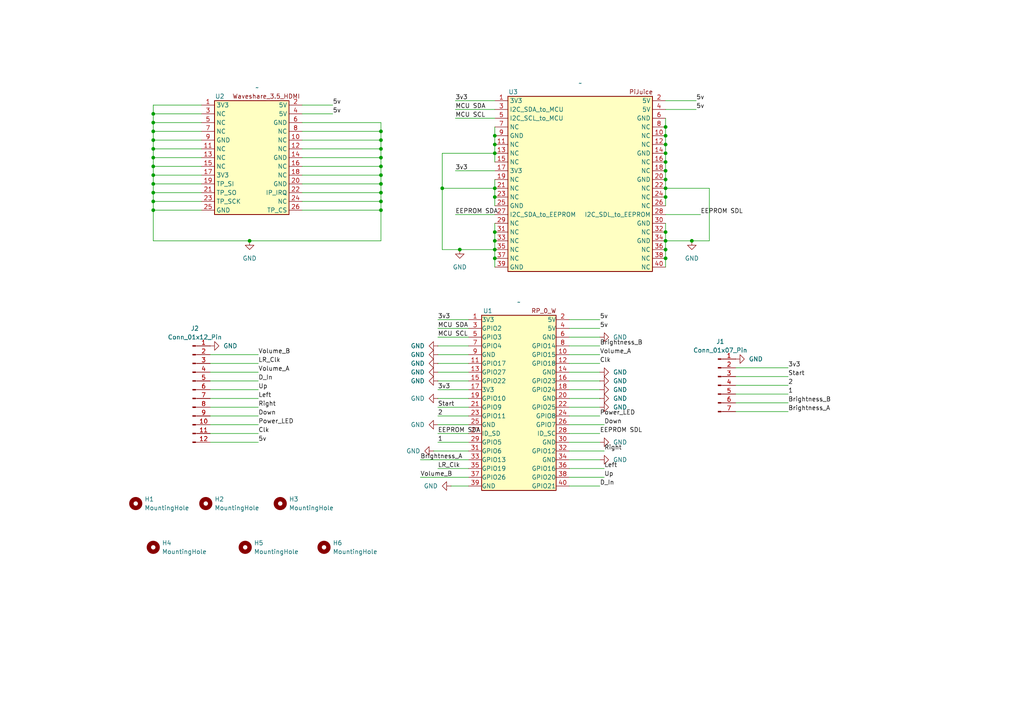
<source format=kicad_sch>
(kicad_sch (version 20250114) (generator "eeschema") (generator_version "9.0")
  (paper "A4")
  (lib_symbols
    (symbol "Connector:Conn_01x07_Pin" (pin_names (offset 1.016) (hide yes))
      (property "Reference" "J" (at 0 10.16 0))
      (property "Value" "Conn_01x07_Pin" (at 0 -10.16 0))
      (symbol "Conn_01x07_Pin_1_1"
        (rectangle (start 0.8636 7.747) (end 0 7.493) (stroke (width 0.1524)) (fill (type outline)))
        (rectangle (start 0.8636 5.207) (end 0 4.953) (stroke (width 0.1524)) (fill (type outline)))
        (rectangle (start 0.8636 2.667) (end 0 2.413) (stroke (width 0.1524)) (fill (type outline)))
        (rectangle (start 0.8636 0.127) (end 0 -0.127) (stroke (width 0.1524)) (fill (type outline)))
        (rectangle (start 0.8636 -2.413) (end 0 -2.667) (stroke (width 0.1524)) (fill (type outline)))
        (rectangle (start 0.8636 -4.953) (end 0 -5.207) (stroke (width 0.1524)) (fill (type outline)))
        (rectangle (start 0.8636 -7.493) (end 0 -7.747) (stroke (width 0.1524)) (fill (type outline)))
        (polyline (pts (xy 1.27 7.62) (xy 0.8636 7.62)) (stroke (width 0.1524)))
        (polyline (pts (xy 1.27 5.08) (xy 0.8636 5.08)) (stroke (width 0.1524)))
        (polyline (pts (xy 1.27 2.54) (xy 0.8636 2.54)) (stroke (width 0.1524)))
        (polyline (pts (xy 1.27 0) (xy 0.8636 0)) (stroke (width 0.1524)))
        (polyline (pts (xy 1.27 -2.54) (xy 0.8636 -2.54)) (stroke (width 0.1524)))
        (polyline (pts (xy 1.27 -5.08) (xy 0.8636 -5.08)) (stroke (width 0.1524)))
        (polyline (pts (xy 1.27 -7.62) (xy 0.8636 -7.62)) (stroke (width 0.1524)))
        (pin passive line (at 5.08 7.62 180) (length 3.81) (name "Pin_1") (number "1"))
        (pin passive line (at 5.08 5.08 180) (length 3.81) (name "Pin_2") (number "2"))
        (pin passive line (at 5.08 2.54 180) (length 3.81) (name "Pin_3") (number "3"))
        (pin passive line (at 5.08 0 180) (length 3.81) (name "Pin_4") (number "4"))
        (pin passive line (at 5.08 -2.54 180) (length 3.81) (name "Pin_5") (number "5"))
        (pin passive line (at 5.08 -5.08 180) (length 3.81) (name "Pin_6") (number "6"))
        (pin passive line (at 5.08 -7.62 180) (length 3.81) (name "Pin_7") (number "7"))
      )
    )
    (symbol "Connector:Conn_01x12_Pin" (pin_names (offset 1.016) (hide yes))
      (property "Reference" "J" (at 0 15.24 0))
      (property "Value" "Conn_01x12_Pin" (at 0 -17.78 0))
      (symbol "Conn_01x12_Pin_1_1"
        (rectangle (start 0.8636 12.827) (end 0 12.573) (stroke (width 0.1524)) (fill (type outline)))
        (rectangle (start 0.8636 10.287) (end 0 10.033) (stroke (width 0.1524)) (fill (type outline)))
        (rectangle (start 0.8636 7.747) (end 0 7.493) (stroke (width 0.1524)) (fill (type outline)))
        (rectangle (start 0.8636 5.207) (end 0 4.953) (stroke (width 0.1524)) (fill (type outline)))
        (rectangle (start 0.8636 2.667) (end 0 2.413) (stroke (width 0.1524)) (fill (type outline)))
        (rectangle (start 0.8636 0.127) (end 0 -0.127) (stroke (width 0.1524)) (fill (type outline)))
        (rectangle (start 0.8636 -2.413) (end 0 -2.667) (stroke (width 0.1524)) (fill (type outline)))
        (rectangle (start 0.8636 -4.953) (end 0 -5.207) (stroke (width 0.1524)) (fill (type outline)))
        (rectangle (start 0.8636 -7.493) (end 0 -7.747) (stroke (width 0.1524)) (fill (type outline)))
        (rectangle (start 0.8636 -10.033) (end 0 -10.287) (stroke (width 0.1524)) (fill (type outline)))
        (rectangle (start 0.8636 -12.573) (end 0 -12.827) (stroke (width 0.1524)) (fill (type outline)))
        (rectangle (start 0.8636 -15.113) (end 0 -15.367) (stroke (width 0.1524)) (fill (type outline)))
        (polyline (pts (xy 1.27 12.7) (xy 0.8636 12.7)) (stroke (width 0.1524)))
        (polyline (pts (xy 1.27 10.16) (xy 0.8636 10.16)) (stroke (width 0.1524)))
        (polyline (pts (xy 1.27 7.62) (xy 0.8636 7.62)) (stroke (width 0.1524)))
        (polyline (pts (xy 1.27 5.08) (xy 0.8636 5.08)) (stroke (width 0.1524)))
        (polyline (pts (xy 1.27 2.54) (xy 0.8636 2.54)) (stroke (width 0.1524)))
        (polyline (pts (xy 1.27 0) (xy 0.8636 0)) (stroke (width 0.1524)))
        (polyline (pts (xy 1.27 -2.54) (xy 0.8636 -2.54)) (stroke (width 0.1524)))
        (polyline (pts (xy 1.27 -5.08) (xy 0.8636 -5.08)) (stroke (width 0.1524)))
        (polyline (pts (xy 1.27 -7.62) (xy 0.8636 -7.62)) (stroke (width 0.1524)))
        (polyline (pts (xy 1.27 -10.16) (xy 0.8636 -10.16)) (stroke (width 0.1524)))
        (polyline (pts (xy 1.27 -12.7) (xy 0.8636 -12.7)) (stroke (width 0.1524)))
        (polyline (pts (xy 1.27 -15.24) (xy 0.8636 -15.24)) (stroke (width 0.1524)))
        (pin passive line (at 5.08 12.7 180) (length 3.81) (name "Pin_1") (number "1"))
        (pin passive line (at 5.08 10.16 180) (length 3.81) (name "Pin_2") (number "2"))
        (pin passive line (at 5.08 7.62 180) (length 3.81) (name "Pin_3") (number "3"))
        (pin passive line (at 5.08 5.08 180) (length 3.81) (name "Pin_4") (number "4"))
        (pin passive line (at 5.08 2.54 180) (length 3.81) (name "Pin_5") (number "5"))
        (pin passive line (at 5.08 0 180) (length 3.81) (name "Pin_6") (number "6"))
        (pin passive line (at 5.08 -2.54 180) (length 3.81) (name "Pin_7") (number "7"))
        (pin passive line (at 5.08 -5.08 180) (length 3.81) (name "Pin_8") (number "8"))
        (pin passive line (at 5.08 -7.62 180) (length 3.81) (name "Pin_9") (number "9"))
        (pin passive line (at 5.08 -10.16 180) (length 3.81) (name "Pin_10") (number "10"))
        (pin passive line (at 5.08 -12.7 180) (length 3.81) (name "Pin_11") (number "11"))
        (pin passive line (at 5.08 -15.24 180) (length 3.81) (name "Pin_12") (number "12"))
      )
    )
    (symbol "GGMainPCB:PiJuice"
      (property "Reference" "U" (at -18.796 28.194 0))
      (symbol "PiJuice_1_1"
        (rectangle (start -20.32 26.67) (end 21.59 -24.13) (stroke (width 0.254)) (fill (type background)))
        (text "PiJuice\n" (at 18.288 27.94 0) (effects (font (size 1.27 1.27))))
        (pin power_out line (at -24.13 25.4 0) (length 3.81) (name "3V3") (number "1"))
        (pin passive line (at -24.13 22.86 0) (length 3.81) (name "I2C_SDA_to_MCU") (number "3"))
        (pin passive line (at -24.13 20.32 0) (length 3.81) (name "I2C_SCL_to_MCU") (number "5"))
        (pin passive line (at -24.13 17.78 0) (length 3.81) (name "NC") (number "7"))
        (pin passive line (at -24.13 15.24 0) (length 3.81) (name "GND") (number "9"))
        (pin passive line (at -24.13 12.7 0) (length 3.81) (name "NC") (number "11"))
        (pin passive line (at -24.13 10.16 0) (length 3.81) (name "NC") (number "13"))
        (pin passive line (at -24.13 7.62 0) (length 3.81) (name "NC") (number "15"))
        (pin power_out line (at -24.13 5.08 0) (length 3.81) (name "3V3") (number "17"))
        (pin passive line (at -24.13 2.54 0) (length 3.81) (name "NC") (number "19"))
        (pin passive line (at -24.13 0 0) (length 3.81) (name "NC") (number "21"))
        (pin passive line (at -24.13 -2.54 0) (length 3.81) (name "NC") (number "23"))
        (pin passive line (at -24.13 -5.08 0) (length 3.81) (name "GND") (number "25"))
        (pin passive line (at -24.13 -7.62 0) (length 3.81) (name "I2C_SDA_to_EEPROM") (number "27"))
        (pin passive line (at -24.13 -10.16 0) (length 3.81) (name "NC") (number "29"))
        (pin passive line (at -24.13 -12.7 0) (length 3.81) (name "NC") (number "31"))
        (pin passive line (at -24.13 -15.24 0) (length 3.81) (name "NC") (number "33"))
        (pin passive line (at -24.13 -17.78 0) (length 3.81) (name "NC") (number "35"))
        (pin passive line (at -24.13 -20.32 0) (length 3.81) (name "NC") (number "37"))
        (pin passive line (at -24.13 -22.86 0) (length 3.81) (name "GND") (number "39"))
        (pin power_out line (at 25.4 25.4 180) (length 3.81) (name "5V") (number "2"))
        (pin power_out line (at 25.4 22.86 180) (length 3.81) (name "5V") (number "4"))
        (pin passive line (at 25.4 20.32 180) (length 3.81) (name "GND") (number "6"))
        (pin passive line (at 25.4 17.78 180) (length 3.81) (name "NC") (number "8"))
        (pin passive line (at 25.4 15.24 180) (length 3.81) (name "NC") (number "10"))
        (pin passive line (at 25.4 12.7 180) (length 3.81) (name "NC") (number "12"))
        (pin passive line (at 25.4 10.16 180) (length 3.81) (name "GND") (number "14"))
        (pin passive line (at 25.4 7.62 180) (length 3.81) (name "NC") (number "16"))
        (pin passive line (at 25.4 5.08 180) (length 3.81) (name "NC") (number "18"))
        (pin passive line (at 25.4 2.54 180) (length 3.81) (name "GND") (number "20"))
        (pin passive line (at 25.4 0 180) (length 3.81) (name "NC") (number "22"))
        (pin passive line (at 25.4 -2.54 180) (length 3.81) (name "NC") (number "24"))
        (pin passive line (at 25.4 -5.08 180) (length 3.81) (name "NC") (number "26"))
        (pin passive line (at 25.4 -7.62 180) (length 3.81) (name "I2C_SDL_to_EEPROM") (number "28"))
        (pin passive line (at 25.4 -10.16 180) (length 3.81) (name "GND") (number "30"))
        (pin passive line (at 25.4 -12.7 180) (length 3.81) (name "NC") (number "32"))
        (pin passive line (at 25.4 -15.24 180) (length 3.81) (name "GND") (number "34"))
        (pin passive line (at 25.4 -17.78 180) (length 3.81) (name "NC") (number "36"))
        (pin passive line (at 25.4 -20.32 180) (length 3.81) (name "NC") (number "38"))
        (pin passive line (at 25.4 -22.86 180) (length 3.81) (name "NC") (number "40"))
      )
    )
    (symbol "GGMainPCB:Raspberry_pi_0_w_gpio" (pin_names (offset 0.002))
      (property "Reference" "U" (at -6.604 57.15 0))
      (symbol "Raspberry_pi_0_w_gpio_1_1"
        (rectangle (start -7.62 55.88) (end 13.97 5.08) (stroke (width 0.254)) (fill (type background)))
        (text "RP_0_W\n" (at 10.414 57.15 0) (effects (font (size 1.27 1.27))))
        (pin power_out line (at -11.43 54.61 0) (length 3.81) (name "3V3") (number "1"))
        (pin passive line (at -11.43 52.07 0) (length 3.81) (name "GPIO2") (number "3"))
        (pin passive line (at -11.43 49.53 0) (length 3.81) (name "GPIO3") (number "5"))
        (pin passive line (at -11.43 46.99 0) (length 3.81) (name "GPIO4") (number "7"))
        (pin passive line (at -11.43 44.45 0) (length 3.81) (name "GND") (number "9"))
        (pin passive line (at -11.43 41.91 0) (length 3.81) (name "GPIO17") (number "11"))
        (pin passive line (at -11.43 39.37 0) (length 3.81) (name "GPIO27") (number "13"))
        (pin passive line (at -11.43 36.83 0) (length 3.81) (name "GPIO22") (number "15"))
        (pin power_out line (at -11.43 34.29 0) (length 3.81) (name "3V3") (number "17"))
        (pin passive line (at -11.43 31.75 0) (length 3.81) (name "GPIO10") (number "19"))
        (pin passive line (at -11.43 29.21 0) (length 3.81) (name "GPIO9") (number "21"))
        (pin passive line (at -11.43 26.67 0) (length 3.81) (name "GPIO11") (number "23"))
        (pin passive line (at -11.43 24.13 0) (length 3.81) (name "GND") (number "25"))
        (pin passive line (at -11.43 21.59 0) (length 3.81) (name "ID_SD") (number "27"))
        (pin passive line (at -11.43 19.05 0) (length 3.81) (name "GPIO5") (number "29"))
        (pin passive line (at -11.43 16.51 0) (length 3.81) (name "GPIO6") (number "31"))
        (pin passive line (at -11.43 13.97 0) (length 3.81) (name "GPIO13") (number "33"))
        (pin passive line (at -11.43 11.43 0) (length 3.81) (name "GPIO19") (number "35"))
        (pin passive line (at -11.43 8.89 0) (length 3.81) (name "GPIO26") (number "37"))
        (pin passive line (at -11.43 6.35 0) (length 3.81) (name "GND") (number "39"))
        (pin power_out line (at 17.78 54.61 180) (length 3.81) (name "5V") (number "2"))
        (pin power_out line (at 17.78 52.07 180) (length 3.81) (name "5V") (number "4"))
        (pin passive line (at 17.78 49.53 180) (length 3.81) (name "GND") (number "6"))
        (pin passive line (at 17.78 46.99 180) (length 3.81) (name "GPIO14") (number "8"))
        (pin passive line (at 17.78 44.45 180) (length 3.81) (name "GPIO15") (number "10"))
        (pin passive line (at 17.78 41.91 180) (length 3.81) (name "GPIO18") (number "12"))
        (pin passive line (at 17.78 39.37 180) (length 3.81) (name "GND") (number "14"))
        (pin passive line (at 17.78 36.83 180) (length 3.81) (name "GPIO23") (number "16"))
        (pin passive line (at 17.78 34.29 180) (length 3.81) (name "GPIO24") (number "18"))
        (pin passive line (at 17.78 31.75 180) (length 3.81) (name "GND") (number "20"))
        (pin passive line (at 17.78 29.21 180) (length 3.81) (name "GPIO25") (number "22"))
        (pin passive line (at 17.78 26.67 180) (length 3.81) (name "GPIO8") (number "24"))
        (pin passive line (at 17.78 24.13 180) (length 3.81) (name "GPIO7") (number "26"))
        (pin passive line (at 17.78 21.59 180) (length 3.81) (name "ID_SC") (number "28"))
        (pin passive line (at 17.78 19.05 180) (length 3.81) (name "GND") (number "30"))
        (pin passive line (at 17.78 16.51 180) (length 3.81) (name "GPIO12") (number "32"))
        (pin passive line (at 17.78 13.97 180) (length 3.81) (name "GND") (number "34"))
        (pin passive line (at 17.78 11.43 180) (length 3.81) (name "GPIO16") (number "36"))
        (pin passive line (at 17.78 8.89 180) (length 3.81) (name "GPIO20") (number "38"))
        (pin passive line (at 17.78 6.35 180) (length 3.81) (name "GPIO21") (number "40"))
      )
    )
    (symbol "GGMainPCB:Waveshare_3.5_hdmi_screen"
      (property "Reference" "U" (at -5.588 54.61 0))
      (symbol "Waveshare_3.5_hdmi_screen_1_1"
        (rectangle (start -6.35 53.34) (end 15.24 20.32) (stroke (width 0.254)) (fill (type background)))
        (text "Waveshare_3.5_HDMI\n" (at 8.636 54.61 0) (effects (font (size 1.27 1.27))))
        (pin power_in line (at -10.16 52.07 0) (length 3.81) (name "3V3") (number "1"))
        (pin passive line (at -10.16 49.53 0) (length 3.81) (name "NC") (number "3"))
        (pin passive line (at -10.16 46.99 0) (length 3.81) (name "NC") (number "5"))
        (pin passive line (at -10.16 44.45 0) (length 3.81) (name "NC") (number "7"))
        (pin passive line (at -10.16 41.91 0) (length 3.81) (name "GND") (number "9"))
        (pin passive line (at -10.16 39.37 0) (length 3.81) (name "NC") (number "11"))
        (pin passive line (at -10.16 36.83 0) (length 3.81) (name "NC") (number "13"))
        (pin passive line (at -10.16 34.29 0) (length 3.81) (name "NC") (number "15"))
        (pin power_in line (at -10.16 31.75 0) (length 3.81) (name "3V3") (number "17"))
        (pin passive line (at -10.16 29.21 0) (length 3.81) (name "TP_SI") (number "19"))
        (pin passive line (at -10.16 26.67 0) (length 3.81) (name "TP_SO") (number "21"))
        (pin passive line (at -10.16 24.13 0) (length 3.81) (name "TP_SCK") (number "23"))
        (pin passive line (at -10.16 21.59 0) (length 3.81) (name "GND") (number "25"))
        (pin power_in line (at 19.05 52.07 180) (length 3.81) (name "5V") (number "2"))
        (pin power_in line (at 19.05 49.53 180) (length 3.81) (name "5V") (number "4"))
        (pin passive line (at 19.05 46.99 180) (length 3.81) (name "GND") (number "6"))
        (pin passive line (at 19.05 44.45 180) (length 3.81) (name "NC") (number "8"))
        (pin passive line (at 19.05 41.91 180) (length 3.81) (name "NC") (number "10"))
        (pin passive line (at 19.05 39.37 180) (length 3.81) (name "NC") (number "12"))
        (pin passive line (at 19.05 36.83 180) (length 3.81) (name "GND") (number "14"))
        (pin passive line (at 19.05 34.29 180) (length 3.81) (name "NC") (number "16"))
        (pin passive line (at 19.05 31.75 180) (length 3.81) (name "NC") (number "18"))
        (pin passive line (at 19.05 29.21 180) (length 3.81) (name "GND") (number "20"))
        (pin passive line (at 19.05 26.67 180) (length 3.81) (name "IP_IRQ") (number "22"))
        (pin passive line (at 19.05 24.13 180) (length 3.81) (name "NC") (number "24"))
        (pin passive line (at 19.05 21.59 180) (length 3.81) (name "TP_CS") (number "26"))
      )
    )
    (symbol "Mechanical:MountingHole" (pin_names (offset 1.016)) (exclude_from_sim yes) (in_bom no)
      (property "Reference" "H" (at 0 5.08 0))
      (property "Value" "MountingHole" (at 0 3.175 0))
      (symbol "MountingHole_0_1"
        (circle (center 0 0) (radius 1.27) (stroke (width 1.27)))
      )
    )
    (symbol "power:GND" (power) (pin_numbers (hide yes)) (pin_names (offset 0) (hide yes))
      (property "Value" "GND" (at 0 -3.81 0))
      (symbol "GND_0_1"
        (polyline (pts (xy 0 0) (xy 0 -1.27) (xy 1.27 -1.27) (xy 0 -2.54) (xy -1.27 -1.27) (xy 0 -1.27)))
      )
      (symbol "GND_1_1"
        (pin power_in line (at 0 0 270) (length 0) (name "~") (number "1"))
      )
    )
  )
  (junction (at 110.49 45.72))
  (junction (at 193.04 57.15))
  (junction (at 110.49 43.18))
  (junction (at 110.49 38.1))
  (junction (at 44.45 45.72))
  (junction (at 193.04 46.99))
  (junction (at 143.51 39.37))
  (junction (at 44.45 33.02))
  (junction (at 143.51 74.93))
  (junction (at 44.45 55.88))
  (junction (at 44.45 50.8))
  (junction (at 193.04 74.93))
  (junction (at 143.51 54.61))
  (junction (at 143.51 67.31))
  (junction (at 193.04 72.39))
  (junction (at 143.51 69.85))
  (junction (at 193.04 41.91))
  (junction (at 44.45 48.26))
  (junction (at 72.39 69.85))
  (junction (at 133.35 72.39))
  (junction (at 110.49 58.42))
  (junction (at 44.45 58.42))
  (junction (at 193.04 39.37))
  (junction (at 193.04 52.07))
  (junction (at 44.45 43.18))
  (junction (at 110.49 40.64))
  (junction (at 110.49 50.8))
  (junction (at 110.49 53.34))
  (junction (at 200.66 69.85))
  (junction (at 193.04 54.61))
  (junction (at 193.04 44.45))
  (junction (at 110.49 55.88))
  (junction (at 128.27 54.61))
  (junction (at 143.51 44.45))
  (junction (at 44.45 40.64))
  (junction (at 193.04 49.53))
  (junction (at 143.51 41.91))
  (junction (at 143.51 57.15))
  (junction (at 193.04 67.31))
  (junction (at 110.49 48.26))
  (junction (at 44.45 35.56))
  (junction (at 44.45 60.96))
  (junction (at 143.51 72.39))
  (junction (at 193.04 36.83))
  (junction (at 110.49 60.96))
  (junction (at 193.04 69.85))
  (junction (at 44.45 53.34))
  (junction (at 44.45 38.1))
  (wire (pts (xy 127 120.65) (xy 135.89 120.65)))
  (wire (pts (xy 165.1 110.49) (xy 173.99 110.49)))
  (wire (pts (xy 143.51 44.45) (xy 143.51 46.99)))
  (wire (pts (xy 110.49 40.64) (xy 110.49 43.18)))
  (wire (pts (xy 165.1 100.33) (xy 173.99 100.33)))
  (wire (pts (xy 143.51 36.83) (xy 143.51 39.37)))
  (wire (pts (xy 193.04 64.77) (xy 193.04 67.31)))
  (wire (pts (xy 110.49 60.96) (xy 110.49 69.85)))
  (wire (pts (xy 165.1 123.19) (xy 175.26 123.19)))
  (wire (pts (xy 87.63 43.18) (xy 110.49 43.18)))
  (wire (pts (xy 143.51 39.37) (xy 143.51 41.91)))
  (wire (pts (xy 127 113.03) (xy 135.89 113.03)))
  (wire (pts (xy 44.45 53.34) (xy 58.42 53.34)))
  (wire (pts (xy 128.27 54.61) (xy 128.27 72.39)))
  (wire (pts (xy 213.36 119.38) (xy 228.6 119.38)))
  (wire (pts (xy 193.04 52.07) (xy 193.04 54.61)))
  (wire (pts (xy 110.49 45.72) (xy 110.49 48.26)))
  (wire (pts (xy 44.45 55.88) (xy 58.42 55.88)))
  (wire (pts (xy 87.63 33.02) (xy 96.52 33.02)))
  (wire (pts (xy 44.45 35.56) (xy 44.45 38.1)))
  (wire (pts (xy 165.1 113.03) (xy 173.99 113.03)))
  (wire (pts (xy 200.66 69.85) (xy 193.04 69.85)))
  (wire (pts (xy 60.96 120.65) (xy 74.93 120.65)))
  (wire (pts (xy 127 105.41) (xy 135.89 105.41)))
  (wire (pts (xy 60.96 123.19) (xy 74.93 123.19)))
  (wire (pts (xy 130.81 140.97) (xy 135.89 140.97)))
  (wire (pts (xy 193.04 57.15) (xy 193.04 59.69)))
  (wire (pts (xy 193.04 62.23) (xy 203.2 62.23)))
  (wire (pts (xy 165.1 138.43) (xy 175.26 138.43)))
  (wire (pts (xy 44.45 50.8) (xy 58.42 50.8)))
  (wire (pts (xy 133.35 72.39) (xy 143.51 72.39)))
  (wire (pts (xy 143.51 72.39) (xy 143.51 74.93)))
  (wire (pts (xy 110.49 55.88) (xy 110.49 58.42)))
  (wire (pts (xy 127 110.49) (xy 135.89 110.49)))
  (wire (pts (xy 87.63 58.42) (xy 110.49 58.42)))
  (wire (pts (xy 165.1 125.73) (xy 173.99 125.73)))
  (wire (pts (xy 44.45 60.96) (xy 44.45 69.85)))
  (wire (pts (xy 60.96 125.73) (xy 74.93 125.73)))
  (wire (pts (xy 128.27 44.45) (xy 128.27 54.61)))
  (wire (pts (xy 58.42 48.26) (xy 44.45 48.26)))
  (wire (pts (xy 143.51 54.61) (xy 143.51 57.15)))
  (wire (pts (xy 165.1 128.27) (xy 173.99 128.27)))
  (wire (pts (xy 213.36 114.3) (xy 228.6 114.3)))
  (wire (pts (xy 87.63 55.88) (xy 110.49 55.88)))
  (wire (pts (xy 44.45 45.72) (xy 58.42 45.72)))
  (wire (pts (xy 213.36 106.68) (xy 228.6 106.68)))
  (wire (pts (xy 127 135.89) (xy 135.89 135.89)))
  (wire (pts (xy 44.45 35.56) (xy 58.42 35.56)))
  (wire (pts (xy 44.45 48.26) (xy 44.45 50.8)))
  (wire (pts (xy 87.63 50.8) (xy 110.49 50.8)))
  (wire (pts (xy 165.1 92.71) (xy 173.99 92.71)))
  (wire (pts (xy 44.45 69.85) (xy 72.39 69.85)))
  (wire (pts (xy 87.63 48.26) (xy 110.49 48.26)))
  (wire (pts (xy 143.51 74.93) (xy 143.51 77.47)))
  (wire (pts (xy 165.1 135.89) (xy 175.26 135.89)))
  (wire (pts (xy 44.45 53.34) (xy 44.45 55.88)))
  (wire (pts (xy 165.1 102.87) (xy 173.99 102.87)))
  (wire (pts (xy 193.04 67.31) (xy 193.04 69.85)))
  (wire (pts (xy 60.96 102.87) (xy 74.93 102.87)))
  (wire (pts (xy 127 128.27) (xy 135.89 128.27)))
  (wire (pts (xy 165.1 140.97) (xy 173.99 140.97)))
  (wire (pts (xy 128.27 72.39) (xy 133.35 72.39)))
  (wire (pts (xy 110.49 69.85) (xy 72.39 69.85)))
  (wire (pts (xy 60.96 110.49) (xy 74.93 110.49)))
  (wire (pts (xy 193.04 41.91) (xy 193.04 44.45)))
  (wire (pts (xy 143.51 57.15) (xy 143.51 59.69)))
  (wire (pts (xy 60.96 118.11) (xy 74.93 118.11)))
  (wire (pts (xy 193.04 46.99) (xy 193.04 49.53)))
  (wire (pts (xy 44.45 40.64) (xy 58.42 40.64)))
  (wire (pts (xy 44.45 43.18) (xy 44.45 45.72)))
  (wire (pts (xy 132.08 49.53) (xy 143.51 49.53)))
  (wire (pts (xy 44.45 58.42) (xy 58.42 58.42)))
  (wire (pts (xy 60.96 115.57) (xy 74.93 115.57)))
  (wire (pts (xy 132.08 31.75) (xy 143.51 31.75)))
  (wire (pts (xy 127 100.33) (xy 135.89 100.33)))
  (wire (pts (xy 165.1 95.25) (xy 173.99 95.25)))
  (wire (pts (xy 87.63 38.1) (xy 110.49 38.1)))
  (wire (pts (xy 44.45 50.8) (xy 44.45 53.34)))
  (wire (pts (xy 165.1 118.11) (xy 173.99 118.11)))
  (wire (pts (xy 165.1 105.41) (xy 173.99 105.41)))
  (wire (pts (xy 60.96 105.41) (xy 74.93 105.41)))
  (wire (pts (xy 44.45 38.1) (xy 44.45 40.64)))
  (wire (pts (xy 121.92 138.43) (xy 135.89 138.43)))
  (wire (pts (xy 110.49 35.56) (xy 110.49 38.1)))
  (wire (pts (xy 110.49 58.42) (xy 110.49 60.96)))
  (wire (pts (xy 87.63 60.96) (xy 110.49 60.96)))
  (wire (pts (xy 127 123.19) (xy 135.89 123.19)))
  (wire (pts (xy 110.49 48.26) (xy 110.49 50.8)))
  (wire (pts (xy 87.63 40.64) (xy 110.49 40.64)))
  (wire (pts (xy 193.04 36.83) (xy 193.04 39.37)))
  (wire (pts (xy 87.63 35.56) (xy 110.49 35.56)))
  (wire (pts (xy 193.04 34.29) (xy 193.04 36.83)))
  (wire (pts (xy 87.63 45.72) (xy 110.49 45.72)))
  (wire (pts (xy 193.04 31.75) (xy 201.93 31.75)))
  (wire (pts (xy 143.51 64.77) (xy 143.51 67.31)))
  (wire (pts (xy 125.73 130.81) (xy 135.89 130.81)))
  (wire (pts (xy 44.45 30.48) (xy 58.42 30.48)))
  (wire (pts (xy 213.36 116.84) (xy 228.6 116.84)))
  (wire (pts (xy 110.49 43.18) (xy 110.49 45.72)))
  (wire (pts (xy 193.04 49.53) (xy 193.04 52.07)))
  (wire (pts (xy 127 95.25) (xy 135.89 95.25)))
  (wire (pts (xy 44.45 40.64) (xy 44.45 43.18)))
  (wire (pts (xy 193.04 29.21) (xy 201.93 29.21)))
  (wire (pts (xy 143.51 69.85) (xy 143.51 72.39)))
  (wire (pts (xy 127 107.95) (xy 135.89 107.95)))
  (wire (pts (xy 193.04 44.45) (xy 193.04 46.99)))
  (wire (pts (xy 193.04 54.61) (xy 205.74 54.61)))
  (wire (pts (xy 127 118.11) (xy 135.89 118.11)))
  (wire (pts (xy 165.1 107.95) (xy 173.99 107.95)))
  (wire (pts (xy 128.27 54.61) (xy 143.51 54.61)))
  (wire (pts (xy 121.92 133.35) (xy 135.89 133.35)))
  (wire (pts (xy 132.08 29.21) (xy 143.51 29.21)))
  (wire (pts (xy 110.49 38.1) (xy 110.49 40.64)))
  (wire (pts (xy 213.36 111.76) (xy 228.6 111.76)))
  (wire (pts (xy 193.04 72.39) (xy 193.04 74.93)))
  (wire (pts (xy 165.1 97.79) (xy 173.99 97.79)))
  (wire (pts (xy 127 92.71) (xy 135.89 92.71)))
  (wire (pts (xy 193.04 69.85) (xy 193.04 72.39)))
  (wire (pts (xy 132.08 62.23) (xy 143.51 62.23)))
  (wire (pts (xy 44.45 60.96) (xy 58.42 60.96)))
  (wire (pts (xy 193.04 54.61) (xy 193.04 57.15)))
  (wire (pts (xy 143.51 41.91) (xy 143.51 44.45)))
  (wire (pts (xy 165.1 120.65) (xy 173.99 120.65)))
  (wire (pts (xy 58.42 33.02) (xy 44.45 33.02)))
  (wire (pts (xy 193.04 74.93) (xy 193.04 77.47)))
  (wire (pts (xy 44.45 30.48) (xy 44.45 33.02)))
  (wire (pts (xy 110.49 50.8) (xy 110.49 53.34)))
  (wire (pts (xy 60.96 113.03) (xy 74.93 113.03)))
  (wire (pts (xy 143.51 67.31) (xy 143.51 69.85)))
  (wire (pts (xy 60.96 128.27) (xy 74.93 128.27)))
  (wire (pts (xy 193.04 39.37) (xy 193.04 41.91)))
  (wire (pts (xy 87.63 30.48) (xy 96.52 30.48)))
  (wire (pts (xy 110.49 53.34) (xy 110.49 55.88)))
  (wire (pts (xy 127 115.57) (xy 135.89 115.57)))
  (wire (pts (xy 132.08 34.29) (xy 143.51 34.29)))
  (wire (pts (xy 213.36 109.22) (xy 228.6 109.22)))
  (wire (pts (xy 127 102.87) (xy 135.89 102.87)))
  (wire (pts (xy 165.1 115.57) (xy 173.99 115.57)))
  (wire (pts (xy 205.74 69.85) (xy 200.66 69.85)))
  (wire (pts (xy 44.45 55.88) (xy 44.45 58.42)))
  (wire (pts (xy 44.45 38.1) (xy 58.42 38.1)))
  (wire (pts (xy 165.1 133.35) (xy 173.99 133.35)))
  (wire (pts (xy 205.74 54.61) (xy 205.74 69.85)))
  (wire (pts (xy 143.51 52.07) (xy 143.51 54.61)))
  (wire (pts (xy 44.45 58.42) (xy 44.45 60.96)))
  (wire (pts (xy 60.96 107.95) (xy 74.93 107.95)))
  (wire (pts (xy 165.1 130.81) (xy 175.26 130.81)))
  (wire (pts (xy 44.45 45.72) (xy 44.45 48.26)))
  (wire (pts (xy 87.63 53.34) (xy 110.49 53.34)))
  (wire (pts (xy 127 125.73) (xy 135.89 125.73)))
  (wire (pts (xy 44.45 43.18) (xy 58.42 43.18)))
  (wire (pts (xy 127 97.79) (xy 135.89 97.79)))
  (wire (pts (xy 143.51 44.45) (xy 128.27 44.45)))
  (wire (pts (xy 44.45 33.02) (xy 44.45 35.56)))
  (label "Volume_B" (at 121.92 138.43 0))
  (label "5v" (at 96.52 30.48 0))
  (label "D_In" (at 74.93 110.49 0))
  (label "5v" (at 201.93 31.75 0))
  (label "Brightness_B" (at 228.6 116.84 0))
  (label "EEPROM SDL" (at 173.99 125.73 0))
  (label "MCU SCL" (at 127 97.79 0))
  (label "Up" (at 74.93 113.03 0))
  (label "EEPROM SDA" (at 132.08 62.23 0))
  (label "5v" (at 74.93 128.27 0))
  (label "Clk" (at 173.99 105.41 0))
  (label "Up" (at 175.26 138.43 0))
  (label "1" (at 127 128.27 0))
  (label "Right" (at 175.26 130.81 0))
  (label "3v3" (at 132.08 29.21 0))
  (label "5v" (at 173.99 92.71 0))
  (label "Down" (at 74.93 120.65 0))
  (label "D_In" (at 173.99 140.97 0))
  (label "3v3" (at 127 92.71 0))
  (label "Left" (at 175.26 135.89 0))
  (label "Brightness_B" (at 173.99 100.33 0))
  (label "MCU SDA" (at 127 95.25 0))
  (label "Volume_A" (at 173.99 102.87 0))
  (label "3v3" (at 228.6 106.68 0))
  (label "5v" (at 173.99 95.25 0))
  (label "Clk" (at 74.93 125.73 0))
  (label "Start" (at 228.6 109.22 0))
  (label "MCU SCL" (at 132.08 34.29 0))
  (label "Volume_B" (at 74.93 102.87 0))
  (label "2" (at 228.6 111.76 0))
  (label "Start" (at 127 118.11 0))
  (label "LR_Clk" (at 127 135.89 0))
  (label "Power_LED" (at 74.93 123.19 0))
  (label "Brightness_A" (at 228.6 119.38 0))
  (label "5v" (at 201.93 29.21 0))
  (label "1" (at 228.6 114.3 0))
  (label "Left" (at 74.93 115.57 0))
  (label "2" (at 127 120.65 0))
  (label "EEPROM SDA" (at 127 125.73 0))
  (label "Brightness_A" (at 121.92 133.35 0))
  (label "3v3" (at 132.08 49.53 0))
  (label "3v3" (at 127 113.03 0))
  (label "Right" (at 74.93 118.11 0))
  (label "MCU SDA" (at 132.08 31.75 0))
  (label "Volume_A" (at 74.93 107.95 0))
  (label "LR_Clk" (at 74.93 105.41 0))
  (label "5v" (at 96.52 33.02 0))
  (label "Down" (at 175.26 123.19 0))
  (label "Power_LED" (at 173.99 120.65 0))
  (label "EEPROM SDL" (at 203.2 62.23 0))
  (symbol (lib_id "power:GND") (at 173.99 115.57 90) (unit 1)
    (property "Reference" "#PWR05" (effects (hide yes)))
    (property "Value" "GND" (at 177.8 115.5699 90) (effects (justify right)))
    (property "Description" "Power symbol creates a global label with name \"GND\" , ground" (effects (hide yes)))
  )
  (symbol (lib_id "power:GND") (at 127 107.95 270) (unit 1)
    (property "Reference" "#PWR025" (effects (hide yes)))
    (property "Value" "GND" (at 123.19 107.9499 90) (effects (justify right)))
    (property "Description" "Power symbol creates a global label with name \"GND\" , ground" (effects (hide yes)))
  )
  (symbol (lib_id "Mechanical:MountingHole") (at 81.28 146.05 0) (unit 1) (exclude_from_sim yes) (in_bom no)
    (property "Reference" "H3" (at 83.82 144.7799 0) (effects (justify left)))
    (property "Value" "MountingHole" (at 83.82 147.3199 0) (effects (justify left)))
    (property "Footprint" "MountingHole:MountingHole_2.1mm" (effects (hide yes)))
    (property "Description" "Mounting Hole without connection" (effects (hide yes)))
  )
  (symbol (lib_id "power:GND") (at 173.99 128.27 90) (unit 1)
    (property "Reference" "#PWR02" (effects (hide yes)))
    (property "Value" "GND" (at 177.8 128.2699 90) (effects (justify right)))
    (property "Description" "Power symbol creates a global label with name \"GND\" , ground" (effects (hide yes)))
  )
  (symbol (lib_id "Connector:Conn_01x12_Pin") (at 55.88 113.03 0) (unit 1)
    (property "Reference" "J2" (at 56.515 95.25 0))
    (property "Value" "Conn_01x12_Pin" (at 56.515 97.79 0))
    (property "Footprint" "Connector_PinHeader_2.54mm:PinHeader_1x12_P2.54mm_Vertical" (effects (hide yes)))
    (property "Description" "Generic connector, single row, 01x12, script generated" (effects (hide yes)))
  )
  (symbol (lib_id "Mechanical:MountingHole") (at 39.37 146.05 0) (unit 1) (exclude_from_sim yes) (in_bom no)
    (property "Reference" "H1" (at 41.91 144.7799 0) (effects (justify left)))
    (property "Value" "MountingHole" (at 41.91 147.3199 0) (effects (justify left)))
    (property "Footprint" "MountingHole:MountingHole_2.1mm" (effects (hide yes)))
    (property "Description" "Mounting Hole without connection" (effects (hide yes)))
  )
  (symbol (lib_id "Mechanical:MountingHole") (at 44.45 158.75 0) (unit 1) (exclude_from_sim yes) (in_bom no)
    (property "Reference" "H4" (at 46.99 157.4799 0) (effects (justify left)))
    (property "Value" "MountingHole" (at 46.99 160.0199 0) (effects (justify left)))
    (property "Footprint" "MountingHole:MountingHole_2.5mm" (effects (hide yes)))
    (property "Description" "Mounting Hole without connection" (effects (hide yes)))
  )
  (symbol (lib_id "power:GND") (at 173.99 118.11 90) (unit 1)
    (property "Reference" "#PWR020" (effects (hide yes)))
    (property "Value" "GND" (at 177.8 118.1099 90) (effects (justify right)))
    (property "Description" "Power symbol creates a global label with name \"GND\" , ground" (effects (hide yes)))
  )
  (symbol (lib_id "power:GND") (at 200.66 69.85 0) (unit 1)
    (property "Reference" "#PWR012" (effects (hide yes)))
    (property "Value" "GND" (at 200.66 74.93 0))
    (property "Description" "Power symbol creates a global label with name \"GND\" , ground" (effects (hide yes)))
  )
  (symbol (lib_id "Connector:Conn_01x07_Pin") (at 208.28 111.76 0) (unit 1)
    (property "Reference" "J1" (at 208.915 99.06 0))
    (property "Value" "Conn_01x07_Pin" (at 208.915 101.6 0))
    (property "Footprint" "Connector_PinHeader_2.54mm:PinHeader_1x07_P2.54mm_Vertical" (effects (hide yes)))
    (property "Description" "Generic connector, single row, 01x07, script generated" (effects (hide yes)))
  )
  (symbol (lib_id "power:GND") (at 173.99 113.03 90) (unit 1)
    (property "Reference" "#PWR019" (effects (hide yes)))
    (property "Value" "GND" (at 177.8 113.0299 90) (effects (justify right)))
    (property "Description" "Power symbol creates a global label with name \"GND\" , ground" (effects (hide yes)))
  )
  (symbol (lib_id "power:GND") (at 60.96 100.33 90) (unit 1)
    (property "Reference" "#PWR09" (effects (hide yes)))
    (property "Value" "GND" (at 64.77 100.3299 90) (effects (justify right)))
    (property "Description" "Power symbol creates a global label with name \"GND\" , ground" (effects (hide yes)))
  )
  (symbol (lib_id "power:GND") (at 127 123.19 270) (unit 1)
    (property "Reference" "#PWR07" (effects (hide yes)))
    (property "Value" "GND" (at 123.19 123.1899 90) (effects (justify right)))
    (property "Description" "Power symbol creates a global label with name \"GND\" , ground" (effects (hide yes)))
  )
  (symbol (lib_id "power:GND") (at 213.36 104.14 90) (unit 1)
    (property "Reference" "#PWR010" (effects (hide yes)))
    (property "Value" "GND" (at 217.17 104.1399 90) (effects (justify right)))
    (property "Description" "Power symbol creates a global label with name \"GND\" , ground" (effects (hide yes)))
  )
  (symbol (lib_id "GGMainPCB:PiJuice") (at 167.64 54.61 0) (unit 1)
    (property "Reference" "U3" (at 148.844 26.67 0))
    (property "Value" "~" (at 168.3094 24.13 0))
    (property "Footprint" "Connector_PinHeader_2.54mm:PinHeader_2x20_P2.54mm_Vertical" (effects (hide yes)))
  )
  (symbol (lib_id "power:GND") (at 173.99 97.79 90) (unit 1)
    (property "Reference" "#PWR015" (effects (hide yes)))
    (property "Value" "GND" (at 177.8 97.7899 90) (effects (justify right)))
    (property "Description" "Power symbol creates a global label with name \"GND\" , ground" (effects (hide yes)))
  )
  (symbol (lib_id "power:GND") (at 127 115.57 270) (unit 1)
    (property "Reference" "#PWR022" (effects (hide yes)))
    (property "Value" "GND" (at 123.19 115.5699 90) (effects (justify right)))
    (property "Description" "Power symbol creates a global label with name \"GND\" , ground" (effects (hide yes)))
  )
  (symbol (lib_id "GGMainPCB:Raspberry_pi_0_w_gpio") (at 147.32 147.32 0) (unit 1)
    (property "Reference" "U1" (at 141.478 90.17 0))
    (property "Value" "~" (at 150.495 87.63 0))
    (property "Footprint" "Connector_PinHeader_2.54mm:PinHeader_2x20_P2.54mm_Vertical" (effects (hide yes)))
  )
  (symbol (lib_id "power:GND") (at 130.81 140.97 270) (unit 1)
    (property "Reference" "#PWR01" (effects (hide yes)))
    (property "Value" "GND" (at 127 140.9699 90) (effects (justify right)))
    (property "Description" "Power symbol creates a global label with name \"GND\" , ground" (effects (hide yes)))
  )
  (symbol (lib_id "Mechanical:MountingHole") (at 59.69 146.05 0) (unit 1) (exclude_from_sim yes) (in_bom no)
    (property "Reference" "H2" (at 62.23 144.7799 0) (effects (justify left)))
    (property "Value" "MountingHole" (at 62.23 147.3199 0) (effects (justify left)))
    (property "Footprint" "MountingHole:MountingHole_2.1mm" (effects (hide yes)))
    (property "Description" "Mounting Hole without connection" (effects (hide yes)))
  )
  (symbol (lib_id "power:GND") (at 173.99 133.35 90) (unit 1)
    (property "Reference" "#PWR03" (effects (hide yes)))
    (property "Value" "GND" (at 177.8 133.3499 90) (effects (justify right)))
    (property "Description" "Power symbol creates a global label with name \"GND\" , ground" (effects (hide yes)))
  )
  (symbol (lib_id "power:GND") (at 173.99 107.95 90) (unit 1)
    (property "Reference" "#PWR06" (effects (hide yes)))
    (property "Value" "GND" (at 177.8 107.9499 90) (effects (justify right)))
    (property "Description" "Power symbol creates a global label with name \"GND\" , ground" (effects (hide yes)))
  )
  (symbol (lib_id "power:GND") (at 72.39 69.85 0) (unit 1)
    (property "Reference" "#PWR04" (effects (hide yes)))
    (property "Value" "GND" (at 72.39 74.93 0))
    (property "Description" "Power symbol creates a global label with name \"GND\" , ground" (effects (hide yes)))
  )
  (symbol (lib_id "power:GND") (at 133.35 72.39 0) (unit 1)
    (property "Reference" "#PWR011" (effects (hide yes)))
    (property "Value" "GND" (at 133.35 77.47 0))
    (property "Description" "Power symbol creates a global label with name \"GND\" , ground" (effects (hide yes)))
  )
  (symbol (lib_id "power:GND") (at 127 110.49 270) (unit 1)
    (property "Reference" "#PWR024" (effects (hide yes)))
    (property "Value" "GND" (at 123.19 110.4899 90) (effects (justify right)))
    (property "Description" "Power symbol creates a global label with name \"GND\" , ground" (effects (hide yes)))
  )
  (symbol (lib_id "power:GND") (at 127 102.87 270) (unit 1)
    (property "Reference" "#PWR08" (effects (hide yes)))
    (property "Value" "GND" (at 123.19 102.8699 90) (effects (justify right)))
    (property "Description" "Power symbol creates a global label with name \"GND\" , ground" (effects (hide yes)))
  )
  (symbol (lib_id "GGMainPCB:Waveshare_3.5_hdmi_screen") (at 68.58 82.55 0) (unit 1)
    (property "Reference" "U2" (at 63.754 27.94 0))
    (property "Value" "~" (at 74.5834 25.4 0))
    (property "Footprint" "Connector_PinHeader_2.54mm:PinHeader_2x13_P2.54mm_Vertical" (effects (hide yes)))
  )
  (symbol (lib_id "Mechanical:MountingHole") (at 71.12 158.75 0) (unit 1) (exclude_from_sim yes) (in_bom no)
    (property "Reference" "H5" (at 73.66 157.4799 0) (effects (justify left)))
    (property "Value" "MountingHole" (at 73.66 160.0199 0) (effects (justify left)))
    (property "Footprint" "MountingHole:MountingHole_2.5mm" (effects (hide yes)))
    (property "Description" "Mounting Hole without connection" (effects (hide yes)))
  )
  (symbol (lib_id "power:GND") (at 127 100.33 270) (unit 1)
    (property "Reference" "#PWR013" (effects (hide yes)))
    (property "Value" "GND" (at 123.19 100.3299 90) (effects (justify right)))
    (property "Description" "Power symbol creates a global label with name \"GND\" , ground" (effects (hide yes)))
  )
  (symbol (lib_id "power:GND") (at 173.99 110.49 90) (unit 1)
    (property "Reference" "#PWR018" (effects (hide yes)))
    (property "Value" "GND" (at 177.8 110.4899 90) (effects (justify right)))
    (property "Description" "Power symbol creates a global label with name \"GND\" , ground" (effects (hide yes)))
  )
  (symbol (lib_id "power:GND") (at 127 105.41 270) (unit 1)
    (property "Reference" "#PWR026" (effects (hide yes)))
    (property "Value" "GND" (at 123.19 105.4099 90) (effects (justify right)))
    (property "Description" "Power symbol creates a global label with name \"GND\" , ground" (effects (hide yes)))
  )
  (symbol (lib_id "power:GND") (at 125.73 130.81 270) (unit 1)
    (property "Reference" "#PWR021" (effects (hide yes)))
    (property "Value" "GND" (at 121.92 130.8099 90) (effects (justify right)))
    (property "Description" "Power symbol creates a global label with name \"GND\" , ground" (effects (hide yes)))
  )
  (symbol (lib_id "Mechanical:MountingHole") (at 93.98 158.75 0) (unit 1) (exclude_from_sim yes) (in_bom no)
    (property "Reference" "H6" (at 96.52 157.4799 0) (effects (justify left)))
    (property "Value" "MountingHole" (at 96.52 160.0199 0) (effects (justify left)))
    (property "Footprint" "MountingHole:MountingHole_2.5mm" (effects (hide yes)))
    (property "Description" "Mounting Hole without connection" (effects (hide yes)))
  )
)
</source>
